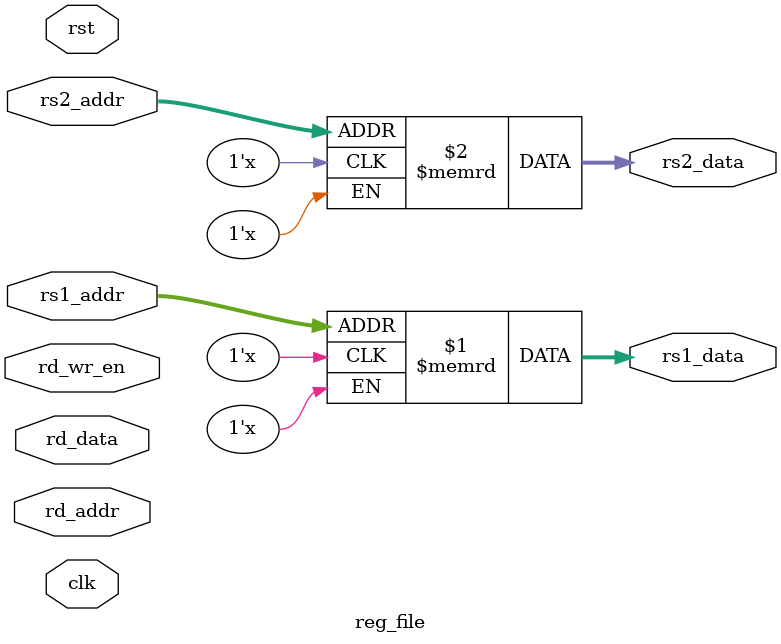
<source format=sv>

/*

x           ABI name
====================
x0          zero
x1          ra
x2          sp
x3          gp
x4          tp
x5          t0
x6          t1
x7          t2
x8          s0/fp
x9          s1
x10         a0
x11         a1
x12         a2
x13         a3
x14         a4
x15         a5
x16         a6
x17         a7
x18         s2
x19         s3
x20         s4
x21         s5
x22         s6
x23         s7
x24         s8
x25         s9
x26         s10
x27         s11
x28         t3
x29         t4
x30         t5
x31         t6

*/

module reg_file #(
    parameter REG_BIT_WIDTH = 32,
    parameter NUM_OF_REGS  = 32,
    parameter REG_ENCODE_WIDTH = $clog2(NUM_OF_REGS)
) (
    input logic     [REG_ENCODE_WIDTH-1:0] rs1_addr,
    input logic     [REG_ENCODE_WIDTH-1:0] rs2_addr,
    output logic    [REG_BIT_WIDTH-1:0] rs1_data,
    output logic    [REG_BIT_WIDTH-1:0] rs2_data,
    input logic            rd_wr_en,
    input logic     [REG_ENCODE_WIDTH-1:0] rd_addr,
    input logic     [REG_BIT_WIDTH-1:0] rd_data,
    input logic            clk, rst
);

    logic [REG_BIT_WIDTH-1:0] regs_out [0:NUM_OF_REGS-1];
    //array of REG_BIT_WIDTH busses with NUM_OF_REGS busses in the array
    //addressing this array works as follows 
    //
    //regs_out[ 'REG WE ARE ADDRESSING' ][ 'BIT FROM REG, LEAVE EMPTY IF WE WANT ALL 32' ]
    //imagine the [REG_BIT_WIDTH-1:0] in the declaration pops out to the end of the declaration
    //so now its regs_out[0:NUM_OF_REGS-1][REG_BIT_WIDTH-1:0] 

    assign rs1_data = regs_out[rs1_addr];
    assign rs2_data = regs_out[rs2_addr];

    //this is a genvar loop, its a tool in sv to use a forloop to generate modules (in this case to generate 31 regs)
    
    genvar ii;
    generate
        for(ii = 0; ii < NUM_OF_REGS; ii++) begin : gen_regs
            if (ii == 0) begin // create the zero register
                dff_async_reset #(.WIDTH(REG_BIT_WIDTH))
                reg_ii (.d('0), .clk(clk), .rst(rst), .wr_en(rd_wr_en && (rd_addr == ii)), .q(regs_out[ii]));
            end else begin // create the remaining registers
                dff_async_reset #(.WIDTH(REG_BIT_WIDTH)) 
                reg_ii (.d(rd_data), .clk(clk), .rst(rst), .wr_en(rd_wr_en && (rd_addr == ii)), .q(regs_out[ii]));
            end

        end
    endgenerate

endmodule
</source>
